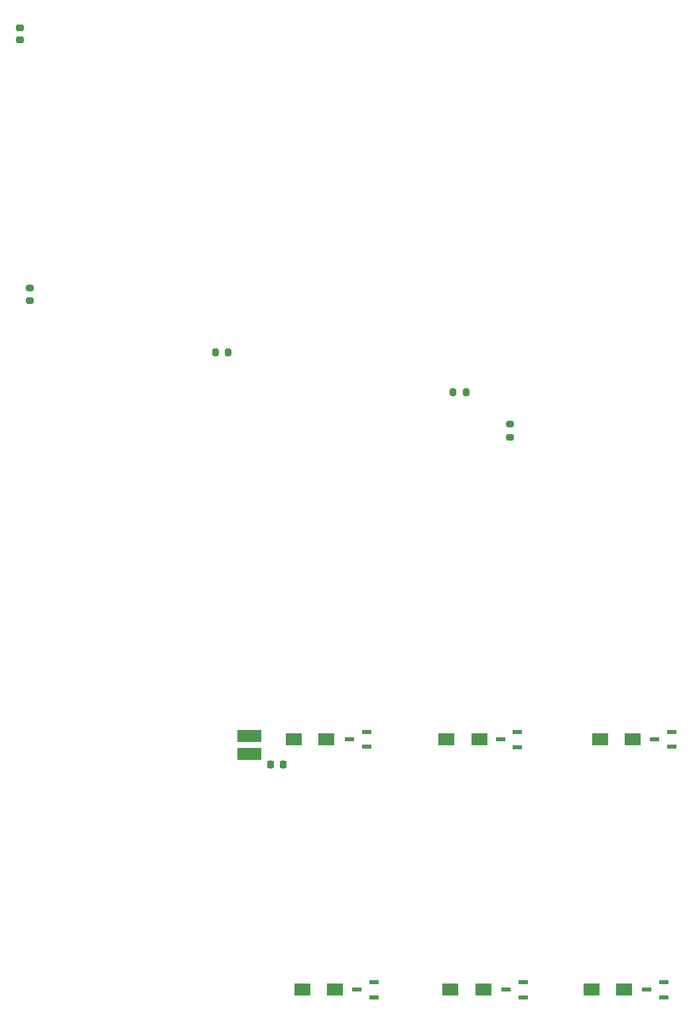
<source format=gtp>
%TF.GenerationSoftware,KiCad,Pcbnew,8.0.6*%
%TF.CreationDate,2024-11-25T21:26:04+01:00*%
%TF.ProjectId,PCB,5043422e-6b69-4636-9164-5f7063625858,rev?*%
%TF.SameCoordinates,Original*%
%TF.FileFunction,Paste,Top*%
%TF.FilePolarity,Positive*%
%FSLAX46Y46*%
G04 Gerber Fmt 4.6, Leading zero omitted, Abs format (unit mm)*
G04 Created by KiCad (PCBNEW 8.0.6) date 2024-11-25 21:26:04*
%MOMM*%
%LPD*%
G01*
G04 APERTURE LIST*
G04 Aperture macros list*
%AMRoundRect*
0 Rectangle with rounded corners*
0 $1 Rounding radius*
0 $2 $3 $4 $5 $6 $7 $8 $9 X,Y pos of 4 corners*
0 Add a 4 corners polygon primitive as box body*
4,1,4,$2,$3,$4,$5,$6,$7,$8,$9,$2,$3,0*
0 Add four circle primitives for the rounded corners*
1,1,$1+$1,$2,$3*
1,1,$1+$1,$4,$5*
1,1,$1+$1,$6,$7*
1,1,$1+$1,$8,$9*
0 Add four rect primitives between the rounded corners*
20,1,$1+$1,$2,$3,$4,$5,0*
20,1,$1+$1,$4,$5,$6,$7,0*
20,1,$1+$1,$6,$7,$8,$9,0*
20,1,$1+$1,$8,$9,$2,$3,0*%
G04 Aperture macros list end*
%ADD10R,2.000000X1.550000*%
%ADD11R,1.150000X0.600000*%
%ADD12RoundRect,0.200000X0.275000X-0.200000X0.275000X0.200000X-0.275000X0.200000X-0.275000X-0.200000X0*%
%ADD13RoundRect,0.225000X0.250000X-0.225000X0.250000X0.225000X-0.250000X0.225000X-0.250000X-0.225000X0*%
%ADD14RoundRect,0.200000X-0.200000X-0.275000X0.200000X-0.275000X0.200000X0.275000X-0.200000X0.275000X0*%
%ADD15RoundRect,0.200000X-0.275000X0.200000X-0.275000X-0.200000X0.275000X-0.200000X0.275000X0.200000X0*%
%ADD16R,3.050000X1.520000*%
%ADD17RoundRect,0.200000X0.200000X0.275000X-0.200000X0.275000X-0.200000X-0.275000X0.200000X-0.275000X0*%
%ADD18RoundRect,0.225000X-0.225000X-0.250000X0.225000X-0.250000X0.225000X0.250000X-0.225000X0.250000X0*%
G04 APERTURE END LIST*
D10*
%TO.C,D_sch_2*%
X98000000Y-203950000D03*
X102200000Y-203950000D03*
%TD*%
%TO.C,D_sch_3*%
X134900000Y-203950000D03*
X139100000Y-203950000D03*
%TD*%
%TO.C,D_sch_5*%
X96900000Y-172000000D03*
X101100000Y-172000000D03*
%TD*%
%TO.C,D_sch_1*%
X116900000Y-203950000D03*
X121100000Y-203950000D03*
%TD*%
D11*
%TO.C,Q_NchFET_6*%
X145200000Y-172960000D03*
X145200000Y-171040000D03*
X143000000Y-172000000D03*
%TD*%
D12*
%TO.C,R_4k7_1*%
X124500000Y-133435000D03*
X124500000Y-131785000D03*
%TD*%
D11*
%TO.C,Q_NchFET_5*%
X106200000Y-172960000D03*
X106200000Y-171040000D03*
X104000000Y-172000000D03*
%TD*%
D13*
%TO.C,C_10uF_2*%
X62000000Y-82800000D03*
X62000000Y-81250000D03*
%TD*%
D11*
%TO.C,Q_NchFET_4*%
X125500000Y-173000000D03*
X125500000Y-171080000D03*
X123300000Y-172040000D03*
%TD*%
%TO.C,Q_NchFET_3*%
X144200000Y-204910000D03*
X144200000Y-202990000D03*
X142000000Y-203950000D03*
%TD*%
D14*
%TO.C,R_4k7_2*%
X117250000Y-127750000D03*
X118900000Y-127750000D03*
%TD*%
D10*
%TO.C,D_sch_4*%
X116400000Y-172000000D03*
X120600000Y-172000000D03*
%TD*%
D15*
%TO.C,R_4k7_4*%
X63250000Y-114425000D03*
X63250000Y-116075000D03*
%TD*%
D11*
%TO.C,Q_NchFET_1*%
X126200000Y-204910000D03*
X126200000Y-202990000D03*
X124000000Y-203950000D03*
%TD*%
D16*
%TO.C,L_10uH_1*%
X91250000Y-171605000D03*
X91250000Y-173895000D03*
%TD*%
D17*
%TO.C,R_4k7_3*%
X88555000Y-122610000D03*
X86905000Y-122610000D03*
%TD*%
D18*
%TO.C,C_22uF_1*%
X94000000Y-175250000D03*
X95550000Y-175250000D03*
%TD*%
D11*
%TO.C,Q_NchFET_2*%
X107200000Y-204910000D03*
X107200000Y-202990000D03*
X105000000Y-203950000D03*
%TD*%
D10*
%TO.C,D_sch_6*%
X136000000Y-172000000D03*
X140200000Y-172000000D03*
%TD*%
M02*

</source>
